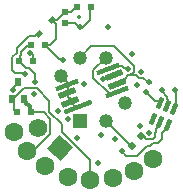
<source format=gtl>
G04*
G04 #@! TF.GenerationSoftware,Altium Limited,Altium Designer,20.0.13 (296)*
G04*
G04 Layer_Physical_Order=1*
G04 Layer_Color=255*
%FSLAX25Y25*%
%MOIN*%
G70*
G01*
G75*
G04:AMPARAMS|DCode=12|XSize=98.43mil|YSize=15.75mil|CornerRadius=0mil|HoleSize=0mil|Usage=FLASHONLY|Rotation=21.000|XOffset=0mil|YOffset=0mil|HoleType=Round|Shape=Rectangle|*
%AMROTATEDRECTD12*
4,1,4,-0.04312,-0.02499,-0.04877,-0.01029,0.04312,0.02499,0.04877,0.01029,-0.04312,-0.02499,0.0*
%
%ADD12ROTATEDRECTD12*%

G04:AMPARAMS|DCode=13|XSize=59.06mil|YSize=19.68mil|CornerRadius=0mil|HoleSize=0mil|Usage=FLASHONLY|Rotation=21.000|XOffset=0mil|YOffset=0mil|HoleType=Round|Shape=Rectangle|*
%AMROTATEDRECTD13*
4,1,4,-0.02404,-0.01977,-0.03109,-0.00139,0.02404,0.01977,0.03109,0.00139,-0.02404,-0.01977,0.0*
%
%ADD13ROTATEDRECTD13*%

G04:AMPARAMS|DCode=14|XSize=78.74mil|YSize=15.75mil|CornerRadius=0mil|HoleSize=0mil|Usage=FLASHONLY|Rotation=21.000|XOffset=0mil|YOffset=0mil|HoleType=Round|Shape=Rectangle|*
%AMROTATEDRECTD14*
4,1,4,-0.03393,-0.02146,-0.03958,-0.00676,0.03393,0.02146,0.03958,0.00676,-0.03393,-0.02146,0.0*
%
%ADD14ROTATEDRECTD14*%

%ADD15R,0.01890X0.02539*%
%ADD16R,0.02441X0.02362*%
G04:AMPARAMS|DCode=17|XSize=39.37mil|YSize=15.75mil|CornerRadius=0mil|HoleSize=0mil|Usage=FLASHONLY|Rotation=248.000|XOffset=0mil|YOffset=0mil|HoleType=Round|Shape=Rectangle|*
%AMROTATEDRECTD17*
4,1,4,0.00007,0.02120,0.01468,0.01530,-0.00007,-0.02120,-0.01468,-0.01530,0.00007,0.02120,0.0*
%
%ADD17ROTATEDRECTD17*%

%ADD18P,0.03062X4X270.0*%
%ADD19R,0.02165X0.02165*%
G04:AMPARAMS|DCode=20|XSize=21.26mil|YSize=16.54mil|CornerRadius=0mil|HoleSize=0mil|Usage=FLASHONLY|Rotation=225.000|XOffset=0mil|YOffset=0mil|HoleType=Round|Shape=Rectangle|*
%AMROTATEDRECTD20*
4,1,4,0.00167,0.01336,0.01336,0.00167,-0.00167,-0.01336,-0.01336,-0.00167,0.00167,0.01336,0.0*
%
%ADD20ROTATEDRECTD20*%

%ADD34C,0.01378*%
%ADD36C,0.00800*%
%ADD37C,0.01400*%
%ADD38P,0.08769X4X183.0*%
%ADD39C,0.06201*%
%ADD40C,0.04693*%
%ADD41R,0.04693X0.04693*%
%ADD42C,0.02000*%
%ADD43C,0.06299*%
D12*
X24973Y24440D02*
D03*
D13*
X22254Y26032D02*
D03*
X21125Y28972D02*
D03*
X36746Y34968D02*
D03*
X37875Y32028D02*
D03*
D14*
X21162Y31622D02*
D03*
X34945Y36913D02*
D03*
X37838Y29378D02*
D03*
D15*
X3032Y26864D02*
D03*
X6968D02*
D03*
X5000Y32785D02*
D03*
D16*
X20500Y52189D02*
D03*
Y55811D02*
D03*
D17*
X54767Y18304D02*
D03*
X52394Y19262D02*
D03*
X50021Y20221D02*
D03*
X52233Y25696D02*
D03*
X54606Y24738D02*
D03*
X56979Y23779D02*
D03*
D18*
X42747Y11247D02*
D03*
X46000Y14500D02*
D03*
D19*
X9200Y45000D02*
D03*
X13800D02*
D03*
X5200Y39500D02*
D03*
X9800D02*
D03*
X4700Y22500D02*
D03*
X9300D02*
D03*
X24700Y57500D02*
D03*
X29300D02*
D03*
D20*
X16227Y53227D02*
D03*
X11773Y48773D02*
D03*
D34*
X25071Y54296D02*
D03*
D36*
X50500Y14163D02*
Y15500D01*
X51000Y16860D02*
X52394Y18254D01*
X50500Y15500D02*
X51000Y16000D01*
Y16860D01*
X47600Y13694D02*
X50031D01*
X50500Y14163D01*
X52900Y15784D02*
X54767Y17651D01*
X52900Y13583D02*
Y15784D01*
X50008Y12295D02*
X51611D01*
X52900Y13583D01*
X48863Y11150D02*
X50008Y12295D01*
X52394Y18254D02*
Y19262D01*
X46000Y14500D02*
X46794D01*
X47600Y13694D01*
X44659Y8000D02*
X47808Y11150D01*
X48863D01*
X54767Y17651D02*
Y18304D01*
X42548Y11247D02*
X42747D01*
X34295Y19500D02*
X42548Y11247D01*
X41000Y8000D02*
X44659D01*
X39500Y9500D02*
X41000Y8000D01*
X19500Y16022D02*
X29000Y6522D01*
X15669Y15169D02*
Y20331D01*
X6792Y30625D02*
X11164D01*
X3901Y27734D02*
X6792Y30625D01*
X11164D02*
X15332Y26457D01*
Y22668D02*
Y26457D01*
Y22668D02*
X19500Y18500D01*
Y16022D02*
Y18500D01*
X29000Y0D02*
Y6522D01*
X11052Y10552D02*
X15669Y15169D01*
X13500Y22500D02*
X15669Y20331D01*
X9800Y22500D02*
X13500D01*
X9052Y10552D02*
X11052D01*
X3032Y27189D02*
X3576Y27734D01*
X3156Y29817D02*
X3565Y30226D01*
Y31035D01*
X3576Y27734D02*
X3901D01*
X3032Y26864D02*
Y27189D01*
X5315Y32776D02*
Y32785D01*
X4455Y31916D02*
X5315Y32776D01*
X4445Y31916D02*
X4455D01*
X3565Y31035D02*
X4445Y31916D01*
X10482Y32625D02*
Y35293D01*
X3531Y23168D02*
X4700Y22000D01*
X28800Y53259D02*
Y57500D01*
X23811Y52189D02*
X25507Y50493D01*
X9048Y42764D02*
X9800Y42012D01*
X9000Y42812D02*
X9048Y42764D01*
X21486Y31581D02*
Y32313D01*
X21625Y27722D02*
Y31442D01*
X22453Y25833D02*
Y26895D01*
X57268Y30000D02*
X57497Y29770D01*
Y28934D02*
Y29770D01*
Y28934D02*
X57500Y28931D01*
Y24300D02*
Y28931D01*
X56979Y23779D02*
X57500Y24300D01*
X9300Y22500D02*
X9800D01*
X8000Y9500D02*
X9052Y10552D01*
X51754Y26176D02*
X52233Y25696D01*
X50643Y26176D02*
X51754D01*
X47594Y29226D02*
X50643Y26176D01*
X48500Y32257D02*
X49257D01*
X46708Y34000D02*
X48208Y32500D01*
X49014D01*
X41713Y34841D02*
X44331D01*
X49014Y32500D02*
X49257Y32257D01*
X45172Y34000D02*
X46708D01*
X44331Y34841D02*
X45172Y34000D01*
X41270Y37230D02*
X41500Y37000D01*
X42349Y34841D02*
X43500Y35992D01*
X39478Y32028D02*
X40542Y33091D01*
Y33669D02*
X41713Y34841D01*
X40542Y33091D02*
Y33669D01*
X52876Y29624D02*
Y30066D01*
X29919Y34083D02*
Y36582D01*
Y34083D02*
X35123Y28878D01*
X52876Y29624D02*
X54701Y27799D01*
X37500Y38000D02*
X39510D01*
X36499Y36999D02*
X37500Y38000D01*
X36275Y36913D02*
X36499Y36999D01*
X39744Y37766D02*
X40280Y37230D01*
X34945Y36913D02*
X36275D01*
X39510Y38000D02*
X39744Y37766D01*
X38000Y43500D02*
X38000D01*
X29256Y44500D02*
X37000D01*
X38000Y43500D01*
X25500Y40744D02*
X29256Y44500D01*
X7043Y35493D02*
X7273Y35264D01*
X7436Y37264D02*
X8511D01*
X5200Y39500D02*
X7436Y37264D01*
X8511D02*
X10482Y35293D01*
X13800Y45000D02*
X18644Y40156D01*
X19844D01*
X20000Y40000D01*
X4700Y22500D02*
X4950Y22250D01*
X4000Y35500D02*
X6614D01*
X3000Y36500D02*
X4000Y35500D01*
X3531Y23168D02*
Y26039D01*
X4500Y42380D02*
Y44000D01*
X8500Y48000D02*
X10396D01*
X4500Y44000D02*
X8500Y48000D01*
X3000Y36500D02*
Y40880D01*
X5514Y39814D02*
Y41414D01*
X5900Y42728D02*
X8172Y45000D01*
X3000Y40880D02*
X4500Y42380D01*
X5514Y41414D02*
X5900Y41800D01*
Y42728D01*
X5200Y39500D02*
X5514Y39814D01*
X40280Y37230D02*
X41270D01*
X38000Y43500D02*
X43500Y38000D01*
Y35992D02*
Y38000D01*
X34081Y40744D02*
X34295D01*
X29919Y36582D02*
X34081Y40744D01*
X26493Y50952D02*
X28800Y53259D01*
X26493Y50818D02*
Y50952D01*
X26168Y50493D02*
X26493Y50818D01*
X20500Y52189D02*
X23811D01*
X25507Y50493D02*
X26168D01*
X9048Y42317D02*
Y42764D01*
X8172Y45000D02*
X9200D01*
X9800Y39500D02*
Y42012D01*
X22754Y25532D02*
X24055Y24231D01*
X22254Y26032D02*
X22453Y25833D01*
X24055Y24087D02*
Y24231D01*
X37875Y32028D02*
X39478D01*
X6621Y35493D02*
X7043D01*
X6614Y35500D02*
X6621Y35493D01*
X11169Y48773D02*
X11773D01*
X10396Y48000D02*
X11169Y48773D01*
X54701Y24738D02*
X54779Y24816D01*
Y26848D01*
X54701Y26926D02*
X54779Y26848D01*
X54701Y26926D02*
Y27799D01*
X20500Y55811D02*
X22511D01*
X24200Y57500D01*
X19680Y55030D02*
X20461Y55811D01*
X20500D01*
X18280Y53712D02*
Y53784D01*
X18865Y54370D01*
X17811Y53244D02*
X18280Y53712D01*
X16998Y53394D02*
X17148Y53244D01*
X16227Y53227D02*
X16394Y53394D01*
X19059Y54370D02*
X19680Y54991D01*
X18865Y54370D02*
X19059D01*
X17148Y53244D02*
X17811D01*
X16394Y53394D02*
X16998D01*
X19680Y54991D02*
Y55030D01*
X13800Y45000D02*
X15500D01*
X17500Y47000D02*
Y51954D01*
X15500Y45000D02*
X17500Y47000D01*
X16227Y53227D02*
X17500Y51954D01*
X40520Y25721D02*
X40636Y25837D01*
X22453Y25833D02*
X22754Y25532D01*
X21625Y27722D02*
X22453Y26895D01*
X22754Y25532D02*
X23599D01*
X21486Y31581D02*
X21625Y31442D01*
X19279Y34520D02*
X21486Y32313D01*
D37*
X7468Y25715D02*
X7713Y25470D01*
X7468Y25715D02*
Y26039D01*
X9018Y23282D02*
X9800Y22500D01*
X9018Y23282D02*
Y24490D01*
X7713Y25470D02*
X8038D01*
X9018Y24490D01*
D38*
X19000Y10500D02*
D03*
D39*
X11569Y17191D02*
D03*
D40*
X19279Y34520D02*
D03*
X25500Y40744D02*
D03*
X34295D02*
D03*
X40520Y25721D02*
D03*
X34295Y19500D02*
D03*
D41*
X25500D02*
D03*
D42*
X3156Y29817D02*
D03*
X32500Y15000D02*
D03*
X45710Y18004D02*
D03*
X48500Y15794D02*
D03*
X24507Y14124D02*
D03*
X31581Y5707D02*
D03*
X10336Y28625D02*
D03*
X10482Y32625D02*
D03*
X21554Y20341D02*
D03*
X18314Y22901D02*
D03*
X39500Y9500D02*
D03*
X44500Y31500D02*
D03*
X43000Y42000D02*
D03*
X57268Y30000D02*
D03*
X26824Y31854D02*
D03*
X37208Y13478D02*
D03*
X47594Y29226D02*
D03*
X48500Y32500D02*
D03*
X41500Y37000D02*
D03*
X46000Y36000D02*
D03*
X52876Y30066D02*
D03*
X33240Y33621D02*
D03*
X7273Y35264D02*
D03*
X20000Y40000D02*
D03*
X35000Y51000D02*
D03*
X25500D02*
D03*
X9048Y42317D02*
D03*
D43*
X43500Y3000D02*
D03*
X21500Y1000D02*
D03*
X3500Y16000D02*
D03*
X36500Y500D02*
D03*
X50000Y7000D02*
D03*
X29000Y0D02*
D03*
X14000Y4500D02*
D03*
X8000Y9500D02*
D03*
M02*

</source>
